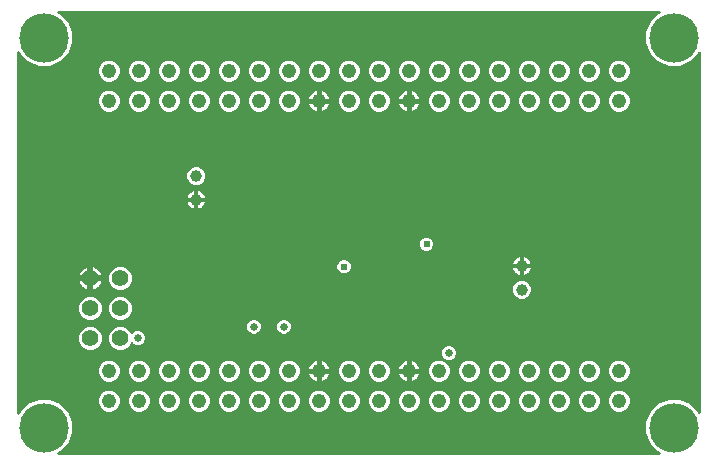
<source format=gbr>
G04 EAGLE Gerber RS-274X export*
G75*
%MOMM*%
%FSLAX34Y34*%
%LPD*%
%INCopper Layer 2*%
%IPPOS*%
%AMOC8*
5,1,8,0,0,1.08239X$1,22.5*%
G01*
%ADD10C,1.004800*%
%ADD11C,0.990600*%
%ADD12C,4.191000*%
%ADD13C,1.244600*%
%ADD14C,1.400000*%
%ADD15C,0.609600*%
%ADD16C,0.654800*%

G36*
X-164922Y27949D02*
X-164922Y27949D01*
X-164852Y27948D01*
X-164765Y27969D01*
X-164675Y27981D01*
X-164611Y28006D01*
X-164543Y28023D01*
X-164463Y28065D01*
X-164380Y28098D01*
X-164323Y28139D01*
X-164262Y28171D01*
X-164195Y28232D01*
X-164122Y28284D01*
X-164078Y28338D01*
X-164026Y28385D01*
X-163977Y28460D01*
X-163920Y28529D01*
X-163890Y28593D01*
X-163852Y28651D01*
X-163822Y28736D01*
X-163784Y28817D01*
X-163771Y28886D01*
X-163748Y28952D01*
X-163741Y29041D01*
X-163724Y29129D01*
X-163729Y29199D01*
X-163723Y29269D01*
X-163739Y29357D01*
X-163744Y29447D01*
X-163766Y29513D01*
X-163778Y29582D01*
X-163814Y29664D01*
X-163842Y29749D01*
X-163879Y29808D01*
X-163908Y29872D01*
X-163964Y29942D01*
X-164012Y30018D01*
X-164063Y30066D01*
X-164107Y30120D01*
X-164178Y30175D01*
X-164244Y30236D01*
X-164305Y30270D01*
X-164361Y30312D01*
X-164505Y30383D01*
X-165709Y30881D01*
X-172319Y37491D01*
X-175896Y46126D01*
X-175896Y55474D01*
X-172319Y64109D01*
X-165709Y70719D01*
X-157074Y74296D01*
X-147726Y74296D01*
X-139091Y70719D01*
X-132481Y64109D01*
X-132183Y63388D01*
X-132148Y63327D01*
X-132122Y63263D01*
X-132070Y63190D01*
X-132025Y63112D01*
X-131977Y63062D01*
X-131936Y63005D01*
X-131866Y62948D01*
X-131804Y62883D01*
X-131744Y62847D01*
X-131691Y62802D01*
X-131609Y62764D01*
X-131533Y62717D01*
X-131466Y62697D01*
X-131403Y62667D01*
X-131315Y62650D01*
X-131229Y62624D01*
X-131159Y62620D01*
X-131090Y62607D01*
X-131001Y62613D01*
X-130911Y62608D01*
X-130843Y62623D01*
X-130773Y62627D01*
X-130688Y62655D01*
X-130600Y62673D01*
X-130537Y62703D01*
X-130471Y62725D01*
X-130395Y62773D01*
X-130314Y62812D01*
X-130261Y62858D01*
X-130202Y62895D01*
X-130140Y62961D01*
X-130072Y63019D01*
X-130032Y63076D01*
X-129984Y63127D01*
X-129941Y63205D01*
X-129889Y63279D01*
X-129864Y63344D01*
X-129830Y63405D01*
X-129808Y63492D01*
X-129776Y63576D01*
X-129768Y63646D01*
X-129751Y63713D01*
X-129741Y63874D01*
X-129741Y367926D01*
X-129749Y367995D01*
X-129748Y368065D01*
X-129769Y368153D01*
X-129781Y368242D01*
X-129806Y368307D01*
X-129823Y368374D01*
X-129865Y368454D01*
X-129898Y368537D01*
X-129939Y368594D01*
X-129971Y368656D01*
X-130032Y368722D01*
X-130084Y368795D01*
X-130138Y368839D01*
X-130185Y368891D01*
X-130260Y368940D01*
X-130329Y368998D01*
X-130393Y369027D01*
X-130451Y369066D01*
X-130536Y369095D01*
X-130617Y369133D01*
X-130686Y369146D01*
X-130752Y369169D01*
X-130841Y369176D01*
X-130929Y369193D01*
X-130999Y369188D01*
X-131069Y369194D01*
X-131157Y369179D01*
X-131247Y369173D01*
X-131313Y369152D01*
X-131382Y369140D01*
X-131464Y369103D01*
X-131549Y369075D01*
X-131608Y369038D01*
X-131672Y369009D01*
X-131742Y368953D01*
X-131818Y368905D01*
X-131866Y368854D01*
X-131920Y368810D01*
X-131974Y368739D01*
X-132036Y368673D01*
X-132070Y368612D01*
X-132112Y368556D01*
X-132183Y368412D01*
X-132481Y367691D01*
X-139091Y361081D01*
X-147726Y357504D01*
X-157074Y357504D01*
X-165709Y361081D01*
X-172319Y367691D01*
X-175896Y376326D01*
X-175896Y385674D01*
X-172319Y394309D01*
X-165709Y400919D01*
X-164505Y401417D01*
X-164445Y401452D01*
X-164380Y401478D01*
X-164307Y401530D01*
X-164229Y401575D01*
X-164179Y401623D01*
X-164122Y401664D01*
X-164065Y401734D01*
X-164001Y401796D01*
X-163964Y401856D01*
X-163920Y401909D01*
X-163881Y401991D01*
X-163834Y402067D01*
X-163814Y402134D01*
X-163784Y402197D01*
X-163767Y402285D01*
X-163741Y402371D01*
X-163737Y402441D01*
X-163724Y402510D01*
X-163730Y402599D01*
X-163726Y402689D01*
X-163740Y402757D01*
X-163744Y402827D01*
X-163772Y402912D01*
X-163790Y403000D01*
X-163821Y403063D01*
X-163842Y403129D01*
X-163890Y403205D01*
X-163930Y403286D01*
X-163975Y403339D01*
X-164012Y403398D01*
X-164078Y403460D01*
X-164136Y403528D01*
X-164193Y403568D01*
X-164244Y403616D01*
X-164323Y403659D01*
X-164396Y403711D01*
X-164461Y403736D01*
X-164522Y403770D01*
X-164609Y403792D01*
X-164693Y403824D01*
X-164763Y403832D01*
X-164830Y403849D01*
X-164991Y403859D01*
X-673209Y403859D01*
X-673278Y403851D01*
X-673348Y403852D01*
X-673435Y403831D01*
X-673525Y403819D01*
X-673589Y403794D01*
X-673657Y403777D01*
X-673737Y403735D01*
X-673820Y403702D01*
X-673877Y403661D01*
X-673938Y403629D01*
X-674005Y403568D01*
X-674078Y403516D01*
X-674122Y403462D01*
X-674174Y403415D01*
X-674223Y403340D01*
X-674280Y403271D01*
X-674310Y403207D01*
X-674348Y403149D01*
X-674378Y403064D01*
X-674416Y402983D01*
X-674429Y402914D01*
X-674452Y402848D01*
X-674459Y402759D01*
X-674476Y402671D01*
X-674471Y402601D01*
X-674477Y402531D01*
X-674461Y402443D01*
X-674456Y402353D01*
X-674434Y402287D01*
X-674422Y402218D01*
X-674386Y402136D01*
X-674358Y402051D01*
X-674321Y401992D01*
X-674292Y401928D01*
X-674236Y401858D01*
X-674188Y401782D01*
X-674137Y401734D01*
X-674093Y401680D01*
X-674022Y401625D01*
X-673956Y401564D01*
X-673895Y401530D01*
X-673839Y401488D01*
X-673695Y401417D01*
X-672491Y400919D01*
X-665881Y394309D01*
X-662304Y385674D01*
X-662304Y376326D01*
X-665881Y367691D01*
X-672491Y361081D01*
X-681126Y357504D01*
X-690474Y357504D01*
X-699109Y361081D01*
X-705719Y367691D01*
X-706217Y368895D01*
X-706252Y368955D01*
X-706278Y369020D01*
X-706330Y369093D01*
X-706375Y369171D01*
X-706423Y369221D01*
X-706464Y369278D01*
X-706534Y369335D01*
X-706596Y369399D01*
X-706656Y369436D01*
X-706709Y369480D01*
X-706791Y369519D01*
X-706867Y369566D01*
X-706934Y369586D01*
X-706997Y369616D01*
X-707085Y369633D01*
X-707171Y369659D01*
X-707241Y369663D01*
X-707310Y369676D01*
X-707399Y369670D01*
X-707489Y369674D01*
X-707557Y369660D01*
X-707627Y369656D01*
X-707712Y369628D01*
X-707800Y369610D01*
X-707863Y369579D01*
X-707929Y369558D01*
X-708005Y369510D01*
X-708086Y369470D01*
X-708139Y369425D01*
X-708198Y369388D01*
X-708260Y369322D01*
X-708328Y369264D01*
X-708368Y369207D01*
X-708416Y369156D01*
X-708459Y369077D01*
X-708511Y369004D01*
X-708536Y368939D01*
X-708570Y368878D01*
X-708592Y368791D01*
X-708624Y368707D01*
X-708632Y368637D01*
X-708649Y368570D01*
X-708659Y368409D01*
X-708659Y63391D01*
X-708651Y63322D01*
X-708652Y63252D01*
X-708631Y63165D01*
X-708619Y63075D01*
X-708594Y63011D01*
X-708577Y62943D01*
X-708535Y62863D01*
X-708502Y62780D01*
X-708461Y62723D01*
X-708429Y62662D01*
X-708368Y62595D01*
X-708316Y62522D01*
X-708262Y62478D01*
X-708215Y62426D01*
X-708140Y62377D01*
X-708071Y62320D01*
X-708007Y62290D01*
X-707949Y62252D01*
X-707864Y62222D01*
X-707783Y62184D01*
X-707714Y62171D01*
X-707648Y62148D01*
X-707559Y62141D01*
X-707471Y62124D01*
X-707401Y62129D01*
X-707331Y62123D01*
X-707243Y62139D01*
X-707153Y62144D01*
X-707087Y62166D01*
X-707018Y62178D01*
X-706936Y62214D01*
X-706851Y62242D01*
X-706792Y62279D01*
X-706728Y62308D01*
X-706658Y62364D01*
X-706582Y62412D01*
X-706534Y62463D01*
X-706480Y62507D01*
X-706425Y62578D01*
X-706364Y62644D01*
X-706330Y62705D01*
X-706288Y62761D01*
X-706217Y62905D01*
X-705719Y64109D01*
X-699109Y70719D01*
X-690474Y74296D01*
X-681126Y74296D01*
X-672491Y70719D01*
X-665881Y64109D01*
X-662304Y55474D01*
X-662304Y46126D01*
X-665881Y37491D01*
X-672491Y30881D01*
X-673695Y30383D01*
X-673755Y30348D01*
X-673820Y30322D01*
X-673893Y30270D01*
X-673971Y30225D01*
X-674021Y30177D01*
X-674078Y30136D01*
X-674135Y30066D01*
X-674199Y30004D01*
X-674236Y29944D01*
X-674280Y29891D01*
X-674319Y29809D01*
X-674366Y29733D01*
X-674386Y29666D01*
X-674416Y29603D01*
X-674433Y29515D01*
X-674459Y29429D01*
X-674463Y29359D01*
X-674476Y29290D01*
X-674470Y29201D01*
X-674474Y29111D01*
X-674460Y29043D01*
X-674456Y28973D01*
X-674428Y28888D01*
X-674410Y28800D01*
X-674379Y28737D01*
X-674358Y28671D01*
X-674310Y28595D01*
X-674270Y28514D01*
X-674225Y28461D01*
X-674188Y28402D01*
X-674122Y28340D01*
X-674064Y28272D01*
X-674007Y28232D01*
X-673956Y28184D01*
X-673877Y28141D01*
X-673804Y28089D01*
X-673739Y28064D01*
X-673678Y28030D01*
X-673591Y28008D01*
X-673507Y27976D01*
X-673437Y27968D01*
X-673370Y27951D01*
X-673209Y27941D01*
X-164991Y27941D01*
X-164922Y27949D01*
G37*
%LPC*%
G36*
X-623055Y117078D02*
X-623055Y117078D01*
X-626561Y118531D01*
X-629245Y121215D01*
X-630698Y124721D01*
X-630698Y128517D01*
X-629245Y132023D01*
X-626561Y134707D01*
X-623055Y136160D01*
X-619259Y136160D01*
X-615753Y134707D01*
X-613069Y132023D01*
X-612787Y131343D01*
X-612762Y131300D01*
X-612746Y131253D01*
X-612684Y131162D01*
X-612629Y131067D01*
X-612595Y131031D01*
X-612567Y130990D01*
X-612485Y130917D01*
X-612408Y130838D01*
X-612366Y130813D01*
X-612329Y130780D01*
X-612231Y130730D01*
X-612137Y130672D01*
X-612090Y130658D01*
X-612045Y130635D01*
X-611938Y130611D01*
X-611833Y130579D01*
X-611783Y130576D01*
X-611735Y130565D01*
X-611625Y130569D01*
X-611515Y130564D01*
X-611467Y130574D01*
X-611417Y130575D01*
X-611312Y130606D01*
X-611204Y130628D01*
X-611159Y130650D01*
X-611112Y130663D01*
X-611017Y130719D01*
X-610918Y130768D01*
X-610880Y130800D01*
X-610838Y130825D01*
X-610717Y130931D01*
X-609719Y131930D01*
X-607582Y132815D01*
X-605268Y132815D01*
X-603131Y131930D01*
X-601495Y130294D01*
X-600610Y128157D01*
X-600610Y125843D01*
X-601495Y123706D01*
X-603131Y122070D01*
X-605268Y121185D01*
X-607582Y121185D01*
X-609719Y122070D01*
X-610494Y122845D01*
X-610533Y122876D01*
X-610566Y122913D01*
X-610658Y122973D01*
X-610745Y123040D01*
X-610790Y123060D01*
X-610832Y123087D01*
X-610936Y123123D01*
X-611037Y123167D01*
X-611086Y123174D01*
X-611133Y123191D01*
X-611242Y123199D01*
X-611351Y123217D01*
X-611400Y123212D01*
X-611450Y123216D01*
X-611558Y123197D01*
X-611668Y123187D01*
X-611714Y123170D01*
X-611763Y123161D01*
X-611863Y123116D01*
X-611967Y123079D01*
X-612008Y123051D01*
X-612053Y123031D01*
X-612139Y122962D01*
X-612230Y122901D01*
X-612263Y122863D01*
X-612302Y122832D01*
X-612368Y122745D01*
X-612440Y122662D01*
X-612463Y122618D01*
X-612493Y122578D01*
X-612564Y122434D01*
X-613069Y121215D01*
X-615753Y118531D01*
X-619259Y117078D01*
X-623055Y117078D01*
G37*
%LPD*%
%LPC*%
G36*
X-648455Y142478D02*
X-648455Y142478D01*
X-651961Y143931D01*
X-654645Y146615D01*
X-656098Y150121D01*
X-656098Y153917D01*
X-654645Y157423D01*
X-651961Y160107D01*
X-648455Y161560D01*
X-644659Y161560D01*
X-641153Y160107D01*
X-638469Y157423D01*
X-637016Y153917D01*
X-637016Y150121D01*
X-638469Y146615D01*
X-641153Y143931D01*
X-644659Y142478D01*
X-648455Y142478D01*
G37*
%LPD*%
%LPC*%
G36*
X-623055Y167878D02*
X-623055Y167878D01*
X-626561Y169331D01*
X-629245Y172015D01*
X-630698Y175521D01*
X-630698Y179317D01*
X-629245Y182823D01*
X-626561Y185507D01*
X-623055Y186960D01*
X-619259Y186960D01*
X-615753Y185507D01*
X-613069Y182823D01*
X-611616Y179317D01*
X-611616Y175521D01*
X-613069Y172015D01*
X-615753Y169331D01*
X-619259Y167878D01*
X-623055Y167878D01*
G37*
%LPD*%
%LPC*%
G36*
X-623055Y142478D02*
X-623055Y142478D01*
X-626561Y143931D01*
X-629245Y146615D01*
X-630698Y150121D01*
X-630698Y153917D01*
X-629245Y157423D01*
X-626561Y160107D01*
X-623055Y161560D01*
X-619259Y161560D01*
X-615753Y160107D01*
X-613069Y157423D01*
X-611616Y153917D01*
X-611616Y150121D01*
X-613069Y146615D01*
X-615753Y143931D01*
X-619259Y142478D01*
X-623055Y142478D01*
G37*
%LPD*%
%LPC*%
G36*
X-648455Y117078D02*
X-648455Y117078D01*
X-651961Y118531D01*
X-654645Y121215D01*
X-656098Y124721D01*
X-656098Y128517D01*
X-654645Y132023D01*
X-651961Y134707D01*
X-648455Y136160D01*
X-644659Y136160D01*
X-641153Y134707D01*
X-638469Y132023D01*
X-637016Y128517D01*
X-637016Y124721D01*
X-638469Y121215D01*
X-641153Y118531D01*
X-644659Y117078D01*
X-648455Y117078D01*
G37*
%LPD*%
%LPC*%
G36*
X-403743Y344036D02*
X-403743Y344036D01*
X-406964Y345370D01*
X-409430Y347836D01*
X-410764Y351057D01*
X-410764Y354543D01*
X-409430Y357764D01*
X-406964Y360230D01*
X-403743Y361564D01*
X-400257Y361564D01*
X-397036Y360230D01*
X-394570Y357764D01*
X-393236Y354543D01*
X-393236Y351057D01*
X-394570Y347836D01*
X-397036Y345370D01*
X-400257Y344036D01*
X-403743Y344036D01*
G37*
%LPD*%
%LPC*%
G36*
X-429143Y344036D02*
X-429143Y344036D01*
X-432364Y345370D01*
X-434830Y347836D01*
X-436164Y351057D01*
X-436164Y354543D01*
X-434830Y357764D01*
X-432364Y360230D01*
X-429143Y361564D01*
X-425657Y361564D01*
X-422436Y360230D01*
X-419970Y357764D01*
X-418636Y354543D01*
X-418636Y351057D01*
X-419970Y347836D01*
X-422436Y345370D01*
X-425657Y344036D01*
X-429143Y344036D01*
G37*
%LPD*%
%LPC*%
G36*
X-606943Y344036D02*
X-606943Y344036D01*
X-610164Y345370D01*
X-612630Y347836D01*
X-613964Y351057D01*
X-613964Y354543D01*
X-612630Y357764D01*
X-610164Y360230D01*
X-606943Y361564D01*
X-603457Y361564D01*
X-600236Y360230D01*
X-597770Y357764D01*
X-596436Y354543D01*
X-596436Y351057D01*
X-597770Y347836D01*
X-600236Y345370D01*
X-603457Y344036D01*
X-606943Y344036D01*
G37*
%LPD*%
%LPC*%
G36*
X-454543Y344036D02*
X-454543Y344036D01*
X-457764Y345370D01*
X-460230Y347836D01*
X-461564Y351057D01*
X-461564Y354543D01*
X-460230Y357764D01*
X-457764Y360230D01*
X-454543Y361564D01*
X-451057Y361564D01*
X-447836Y360230D01*
X-445370Y357764D01*
X-444036Y354543D01*
X-444036Y351057D01*
X-445370Y347836D01*
X-447836Y345370D01*
X-451057Y344036D01*
X-454543Y344036D01*
G37*
%LPD*%
%LPC*%
G36*
X-479943Y344036D02*
X-479943Y344036D01*
X-483164Y345370D01*
X-485630Y347836D01*
X-486964Y351057D01*
X-486964Y354543D01*
X-485630Y357764D01*
X-483164Y360230D01*
X-479943Y361564D01*
X-476457Y361564D01*
X-473236Y360230D01*
X-470770Y357764D01*
X-469436Y354543D01*
X-469436Y351057D01*
X-470770Y347836D01*
X-473236Y345370D01*
X-476457Y344036D01*
X-479943Y344036D01*
G37*
%LPD*%
%LPC*%
G36*
X-530743Y344036D02*
X-530743Y344036D01*
X-533964Y345370D01*
X-536430Y347836D01*
X-537764Y351057D01*
X-537764Y354543D01*
X-536430Y357764D01*
X-533964Y360230D01*
X-530743Y361564D01*
X-527257Y361564D01*
X-524036Y360230D01*
X-521570Y357764D01*
X-520236Y354543D01*
X-520236Y351057D01*
X-521570Y347836D01*
X-524036Y345370D01*
X-527257Y344036D01*
X-530743Y344036D01*
G37*
%LPD*%
%LPC*%
G36*
X-556143Y344036D02*
X-556143Y344036D01*
X-559364Y345370D01*
X-561830Y347836D01*
X-563164Y351057D01*
X-563164Y354543D01*
X-561830Y357764D01*
X-559364Y360230D01*
X-556143Y361564D01*
X-552657Y361564D01*
X-549436Y360230D01*
X-546970Y357764D01*
X-545636Y354543D01*
X-545636Y351057D01*
X-546970Y347836D01*
X-549436Y345370D01*
X-552657Y344036D01*
X-556143Y344036D01*
G37*
%LPD*%
%LPC*%
G36*
X-302143Y344036D02*
X-302143Y344036D01*
X-305364Y345370D01*
X-307830Y347836D01*
X-309164Y351057D01*
X-309164Y354543D01*
X-307830Y357764D01*
X-305364Y360230D01*
X-302143Y361564D01*
X-298657Y361564D01*
X-295436Y360230D01*
X-292970Y357764D01*
X-291636Y354543D01*
X-291636Y351057D01*
X-292970Y347836D01*
X-295436Y345370D01*
X-298657Y344036D01*
X-302143Y344036D01*
G37*
%LPD*%
%LPC*%
G36*
X-581543Y344036D02*
X-581543Y344036D01*
X-584764Y345370D01*
X-587230Y347836D01*
X-588564Y351057D01*
X-588564Y354543D01*
X-587230Y357764D01*
X-584764Y360230D01*
X-581543Y361564D01*
X-578057Y361564D01*
X-574836Y360230D01*
X-572370Y357764D01*
X-571036Y354543D01*
X-571036Y351057D01*
X-572370Y347836D01*
X-574836Y345370D01*
X-578057Y344036D01*
X-581543Y344036D01*
G37*
%LPD*%
%LPC*%
G36*
X-505343Y344036D02*
X-505343Y344036D01*
X-508564Y345370D01*
X-511030Y347836D01*
X-512364Y351057D01*
X-512364Y354543D01*
X-511030Y357764D01*
X-508564Y360230D01*
X-505343Y361564D01*
X-501857Y361564D01*
X-498636Y360230D01*
X-496170Y357764D01*
X-494836Y354543D01*
X-494836Y351057D01*
X-496170Y347836D01*
X-498636Y345370D01*
X-501857Y344036D01*
X-505343Y344036D01*
G37*
%LPD*%
%LPC*%
G36*
X-200543Y344036D02*
X-200543Y344036D01*
X-203764Y345370D01*
X-206230Y347836D01*
X-207564Y351057D01*
X-207564Y354543D01*
X-206230Y357764D01*
X-203764Y360230D01*
X-200543Y361564D01*
X-197057Y361564D01*
X-193836Y360230D01*
X-191370Y357764D01*
X-190036Y354543D01*
X-190036Y351057D01*
X-191370Y347836D01*
X-193836Y345370D01*
X-197057Y344036D01*
X-200543Y344036D01*
G37*
%LPD*%
%LPC*%
G36*
X-225943Y344036D02*
X-225943Y344036D01*
X-229164Y345370D01*
X-231630Y347836D01*
X-232964Y351057D01*
X-232964Y354543D01*
X-231630Y357764D01*
X-229164Y360230D01*
X-225943Y361564D01*
X-222457Y361564D01*
X-219236Y360230D01*
X-216770Y357764D01*
X-215436Y354543D01*
X-215436Y351057D01*
X-216770Y347836D01*
X-219236Y345370D01*
X-222457Y344036D01*
X-225943Y344036D01*
G37*
%LPD*%
%LPC*%
G36*
X-251343Y344036D02*
X-251343Y344036D01*
X-254564Y345370D01*
X-257030Y347836D01*
X-258364Y351057D01*
X-258364Y354543D01*
X-257030Y357764D01*
X-254564Y360230D01*
X-251343Y361564D01*
X-247857Y361564D01*
X-244636Y360230D01*
X-242170Y357764D01*
X-240836Y354543D01*
X-240836Y351057D01*
X-242170Y347836D01*
X-244636Y345370D01*
X-247857Y344036D01*
X-251343Y344036D01*
G37*
%LPD*%
%LPC*%
G36*
X-276743Y344036D02*
X-276743Y344036D01*
X-279964Y345370D01*
X-282430Y347836D01*
X-283764Y351057D01*
X-283764Y354543D01*
X-282430Y357764D01*
X-279964Y360230D01*
X-276743Y361564D01*
X-273257Y361564D01*
X-270036Y360230D01*
X-267570Y357764D01*
X-266236Y354543D01*
X-266236Y351057D01*
X-267570Y347836D01*
X-270036Y345370D01*
X-273257Y344036D01*
X-276743Y344036D01*
G37*
%LPD*%
%LPC*%
G36*
X-632343Y344036D02*
X-632343Y344036D01*
X-635564Y345370D01*
X-638030Y347836D01*
X-639364Y351057D01*
X-639364Y354543D01*
X-638030Y357764D01*
X-635564Y360230D01*
X-632343Y361564D01*
X-628857Y361564D01*
X-625636Y360230D01*
X-623170Y357764D01*
X-621836Y354543D01*
X-621836Y351057D01*
X-623170Y347836D01*
X-625636Y345370D01*
X-628857Y344036D01*
X-632343Y344036D01*
G37*
%LPD*%
%LPC*%
G36*
X-327543Y344036D02*
X-327543Y344036D01*
X-330764Y345370D01*
X-333230Y347836D01*
X-334564Y351057D01*
X-334564Y354543D01*
X-333230Y357764D01*
X-330764Y360230D01*
X-327543Y361564D01*
X-324057Y361564D01*
X-320836Y360230D01*
X-318370Y357764D01*
X-317036Y354543D01*
X-317036Y351057D01*
X-318370Y347836D01*
X-320836Y345370D01*
X-324057Y344036D01*
X-327543Y344036D01*
G37*
%LPD*%
%LPC*%
G36*
X-352943Y344036D02*
X-352943Y344036D01*
X-356164Y345370D01*
X-358630Y347836D01*
X-359964Y351057D01*
X-359964Y354543D01*
X-358630Y357764D01*
X-356164Y360230D01*
X-352943Y361564D01*
X-349457Y361564D01*
X-346236Y360230D01*
X-343770Y357764D01*
X-342436Y354543D01*
X-342436Y351057D01*
X-343770Y347836D01*
X-346236Y345370D01*
X-349457Y344036D01*
X-352943Y344036D01*
G37*
%LPD*%
%LPC*%
G36*
X-378343Y344036D02*
X-378343Y344036D01*
X-381564Y345370D01*
X-384030Y347836D01*
X-385364Y351057D01*
X-385364Y354543D01*
X-384030Y357764D01*
X-381564Y360230D01*
X-378343Y361564D01*
X-374857Y361564D01*
X-371636Y360230D01*
X-369170Y357764D01*
X-367836Y354543D01*
X-367836Y351057D01*
X-369170Y347836D01*
X-371636Y345370D01*
X-374857Y344036D01*
X-378343Y344036D01*
G37*
%LPD*%
%LPC*%
G36*
X-200543Y318636D02*
X-200543Y318636D01*
X-203764Y319970D01*
X-206230Y322436D01*
X-207564Y325657D01*
X-207564Y329143D01*
X-206230Y332364D01*
X-203764Y334830D01*
X-200543Y336164D01*
X-197057Y336164D01*
X-193836Y334830D01*
X-191370Y332364D01*
X-190036Y329143D01*
X-190036Y325657D01*
X-191370Y322436D01*
X-193836Y319970D01*
X-197057Y318636D01*
X-200543Y318636D01*
G37*
%LPD*%
%LPC*%
G36*
X-225943Y318636D02*
X-225943Y318636D01*
X-229164Y319970D01*
X-231630Y322436D01*
X-232964Y325657D01*
X-232964Y329143D01*
X-231630Y332364D01*
X-229164Y334830D01*
X-225943Y336164D01*
X-222457Y336164D01*
X-219236Y334830D01*
X-216770Y332364D01*
X-215436Y329143D01*
X-215436Y325657D01*
X-216770Y322436D01*
X-219236Y319970D01*
X-222457Y318636D01*
X-225943Y318636D01*
G37*
%LPD*%
%LPC*%
G36*
X-251343Y318636D02*
X-251343Y318636D01*
X-254564Y319970D01*
X-257030Y322436D01*
X-258364Y325657D01*
X-258364Y329143D01*
X-257030Y332364D01*
X-254564Y334830D01*
X-251343Y336164D01*
X-247857Y336164D01*
X-244636Y334830D01*
X-242170Y332364D01*
X-240836Y329143D01*
X-240836Y325657D01*
X-242170Y322436D01*
X-244636Y319970D01*
X-247857Y318636D01*
X-251343Y318636D01*
G37*
%LPD*%
%LPC*%
G36*
X-276743Y318636D02*
X-276743Y318636D01*
X-279964Y319970D01*
X-282430Y322436D01*
X-283764Y325657D01*
X-283764Y329143D01*
X-282430Y332364D01*
X-279964Y334830D01*
X-276743Y336164D01*
X-273257Y336164D01*
X-270036Y334830D01*
X-267570Y332364D01*
X-266236Y329143D01*
X-266236Y325657D01*
X-267570Y322436D01*
X-270036Y319970D01*
X-273257Y318636D01*
X-276743Y318636D01*
G37*
%LPD*%
%LPC*%
G36*
X-302143Y318636D02*
X-302143Y318636D01*
X-305364Y319970D01*
X-307830Y322436D01*
X-309164Y325657D01*
X-309164Y329143D01*
X-307830Y332364D01*
X-305364Y334830D01*
X-302143Y336164D01*
X-298657Y336164D01*
X-295436Y334830D01*
X-292970Y332364D01*
X-291636Y329143D01*
X-291636Y325657D01*
X-292970Y322436D01*
X-295436Y319970D01*
X-298657Y318636D01*
X-302143Y318636D01*
G37*
%LPD*%
%LPC*%
G36*
X-327543Y318636D02*
X-327543Y318636D01*
X-330764Y319970D01*
X-333230Y322436D01*
X-334564Y325657D01*
X-334564Y329143D01*
X-333230Y332364D01*
X-330764Y334830D01*
X-327543Y336164D01*
X-324057Y336164D01*
X-320836Y334830D01*
X-318370Y332364D01*
X-317036Y329143D01*
X-317036Y325657D01*
X-318370Y322436D01*
X-320836Y319970D01*
X-324057Y318636D01*
X-327543Y318636D01*
G37*
%LPD*%
%LPC*%
G36*
X-352943Y318636D02*
X-352943Y318636D01*
X-356164Y319970D01*
X-358630Y322436D01*
X-359964Y325657D01*
X-359964Y329143D01*
X-358630Y332364D01*
X-356164Y334830D01*
X-352943Y336164D01*
X-349457Y336164D01*
X-346236Y334830D01*
X-343770Y332364D01*
X-342436Y329143D01*
X-342436Y325657D01*
X-343770Y322436D01*
X-346236Y319970D01*
X-349457Y318636D01*
X-352943Y318636D01*
G37*
%LPD*%
%LPC*%
G36*
X-403743Y318636D02*
X-403743Y318636D01*
X-406964Y319970D01*
X-409430Y322436D01*
X-410764Y325657D01*
X-410764Y329143D01*
X-409430Y332364D01*
X-406964Y334830D01*
X-403743Y336164D01*
X-400257Y336164D01*
X-397036Y334830D01*
X-394570Y332364D01*
X-393236Y329143D01*
X-393236Y325657D01*
X-394570Y322436D01*
X-397036Y319970D01*
X-400257Y318636D01*
X-403743Y318636D01*
G37*
%LPD*%
%LPC*%
G36*
X-429143Y318636D02*
X-429143Y318636D01*
X-432364Y319970D01*
X-434830Y322436D01*
X-436164Y325657D01*
X-436164Y329143D01*
X-434830Y332364D01*
X-432364Y334830D01*
X-429143Y336164D01*
X-425657Y336164D01*
X-422436Y334830D01*
X-419970Y332364D01*
X-418636Y329143D01*
X-418636Y325657D01*
X-419970Y322436D01*
X-422436Y319970D01*
X-425657Y318636D01*
X-429143Y318636D01*
G37*
%LPD*%
%LPC*%
G36*
X-479943Y318636D02*
X-479943Y318636D01*
X-483164Y319970D01*
X-485630Y322436D01*
X-486964Y325657D01*
X-486964Y329143D01*
X-485630Y332364D01*
X-483164Y334830D01*
X-479943Y336164D01*
X-476457Y336164D01*
X-473236Y334830D01*
X-470770Y332364D01*
X-469436Y329143D01*
X-469436Y325657D01*
X-470770Y322436D01*
X-473236Y319970D01*
X-476457Y318636D01*
X-479943Y318636D01*
G37*
%LPD*%
%LPC*%
G36*
X-505343Y318636D02*
X-505343Y318636D01*
X-508564Y319970D01*
X-511030Y322436D01*
X-512364Y325657D01*
X-512364Y329143D01*
X-511030Y332364D01*
X-508564Y334830D01*
X-505343Y336164D01*
X-501857Y336164D01*
X-498636Y334830D01*
X-496170Y332364D01*
X-494836Y329143D01*
X-494836Y325657D01*
X-496170Y322436D01*
X-498636Y319970D01*
X-501857Y318636D01*
X-505343Y318636D01*
G37*
%LPD*%
%LPC*%
G36*
X-530743Y318636D02*
X-530743Y318636D01*
X-533964Y319970D01*
X-536430Y322436D01*
X-537764Y325657D01*
X-537764Y329143D01*
X-536430Y332364D01*
X-533964Y334830D01*
X-530743Y336164D01*
X-527257Y336164D01*
X-524036Y334830D01*
X-521570Y332364D01*
X-520236Y329143D01*
X-520236Y325657D01*
X-521570Y322436D01*
X-524036Y319970D01*
X-527257Y318636D01*
X-530743Y318636D01*
G37*
%LPD*%
%LPC*%
G36*
X-556143Y318636D02*
X-556143Y318636D01*
X-559364Y319970D01*
X-561830Y322436D01*
X-563164Y325657D01*
X-563164Y329143D01*
X-561830Y332364D01*
X-559364Y334830D01*
X-556143Y336164D01*
X-552657Y336164D01*
X-549436Y334830D01*
X-546970Y332364D01*
X-545636Y329143D01*
X-545636Y325657D01*
X-546970Y322436D01*
X-549436Y319970D01*
X-552657Y318636D01*
X-556143Y318636D01*
G37*
%LPD*%
%LPC*%
G36*
X-581543Y318636D02*
X-581543Y318636D01*
X-584764Y319970D01*
X-587230Y322436D01*
X-588564Y325657D01*
X-588564Y329143D01*
X-587230Y332364D01*
X-584764Y334830D01*
X-581543Y336164D01*
X-578057Y336164D01*
X-574836Y334830D01*
X-572370Y332364D01*
X-571036Y329143D01*
X-571036Y325657D01*
X-572370Y322436D01*
X-574836Y319970D01*
X-578057Y318636D01*
X-581543Y318636D01*
G37*
%LPD*%
%LPC*%
G36*
X-606943Y318636D02*
X-606943Y318636D01*
X-610164Y319970D01*
X-612630Y322436D01*
X-613964Y325657D01*
X-613964Y329143D01*
X-612630Y332364D01*
X-610164Y334830D01*
X-606943Y336164D01*
X-603457Y336164D01*
X-600236Y334830D01*
X-597770Y332364D01*
X-596436Y329143D01*
X-596436Y325657D01*
X-597770Y322436D01*
X-600236Y319970D01*
X-603457Y318636D01*
X-606943Y318636D01*
G37*
%LPD*%
%LPC*%
G36*
X-632343Y318636D02*
X-632343Y318636D01*
X-635564Y319970D01*
X-638030Y322436D01*
X-639364Y325657D01*
X-639364Y329143D01*
X-638030Y332364D01*
X-635564Y334830D01*
X-632343Y336164D01*
X-628857Y336164D01*
X-625636Y334830D01*
X-623170Y332364D01*
X-621836Y329143D01*
X-621836Y325657D01*
X-623170Y322436D01*
X-625636Y319970D01*
X-628857Y318636D01*
X-632343Y318636D01*
G37*
%LPD*%
%LPC*%
G36*
X-327543Y64636D02*
X-327543Y64636D01*
X-330764Y65970D01*
X-333230Y68436D01*
X-334564Y71657D01*
X-334564Y75143D01*
X-333230Y78364D01*
X-330764Y80830D01*
X-327543Y82164D01*
X-324057Y82164D01*
X-320836Y80830D01*
X-318370Y78364D01*
X-317036Y75143D01*
X-317036Y71657D01*
X-318370Y68436D01*
X-320836Y65970D01*
X-324057Y64636D01*
X-327543Y64636D01*
G37*
%LPD*%
%LPC*%
G36*
X-352943Y64636D02*
X-352943Y64636D01*
X-356164Y65970D01*
X-358630Y68436D01*
X-359964Y71657D01*
X-359964Y75143D01*
X-358630Y78364D01*
X-356164Y80830D01*
X-352943Y82164D01*
X-349457Y82164D01*
X-346236Y80830D01*
X-343770Y78364D01*
X-342436Y75143D01*
X-342436Y71657D01*
X-343770Y68436D01*
X-346236Y65970D01*
X-349457Y64636D01*
X-352943Y64636D01*
G37*
%LPD*%
%LPC*%
G36*
X-378343Y64636D02*
X-378343Y64636D01*
X-381564Y65970D01*
X-384030Y68436D01*
X-385364Y71657D01*
X-385364Y75143D01*
X-384030Y78364D01*
X-381564Y80830D01*
X-378343Y82164D01*
X-374857Y82164D01*
X-371636Y80830D01*
X-369170Y78364D01*
X-367836Y75143D01*
X-367836Y71657D01*
X-369170Y68436D01*
X-371636Y65970D01*
X-374857Y64636D01*
X-378343Y64636D01*
G37*
%LPD*%
%LPC*%
G36*
X-403743Y64636D02*
X-403743Y64636D01*
X-406964Y65970D01*
X-409430Y68436D01*
X-410764Y71657D01*
X-410764Y75143D01*
X-409430Y78364D01*
X-406964Y80830D01*
X-403743Y82164D01*
X-400257Y82164D01*
X-397036Y80830D01*
X-394570Y78364D01*
X-393236Y75143D01*
X-393236Y71657D01*
X-394570Y68436D01*
X-397036Y65970D01*
X-400257Y64636D01*
X-403743Y64636D01*
G37*
%LPD*%
%LPC*%
G36*
X-429143Y64636D02*
X-429143Y64636D01*
X-432364Y65970D01*
X-434830Y68436D01*
X-436164Y71657D01*
X-436164Y75143D01*
X-434830Y78364D01*
X-432364Y80830D01*
X-429143Y82164D01*
X-425657Y82164D01*
X-422436Y80830D01*
X-419970Y78364D01*
X-418636Y75143D01*
X-418636Y71657D01*
X-419970Y68436D01*
X-422436Y65970D01*
X-425657Y64636D01*
X-429143Y64636D01*
G37*
%LPD*%
%LPC*%
G36*
X-454543Y64636D02*
X-454543Y64636D01*
X-457764Y65970D01*
X-460230Y68436D01*
X-461564Y71657D01*
X-461564Y75143D01*
X-460230Y78364D01*
X-457764Y80830D01*
X-454543Y82164D01*
X-451057Y82164D01*
X-447836Y80830D01*
X-445370Y78364D01*
X-444036Y75143D01*
X-444036Y71657D01*
X-445370Y68436D01*
X-447836Y65970D01*
X-451057Y64636D01*
X-454543Y64636D01*
G37*
%LPD*%
%LPC*%
G36*
X-352943Y90036D02*
X-352943Y90036D01*
X-356164Y91370D01*
X-358630Y93836D01*
X-359964Y97057D01*
X-359964Y100543D01*
X-358630Y103764D01*
X-356164Y106230D01*
X-352943Y107564D01*
X-349457Y107564D01*
X-346236Y106230D01*
X-343770Y103764D01*
X-342436Y100543D01*
X-342436Y97057D01*
X-343770Y93836D01*
X-346236Y91370D01*
X-349457Y90036D01*
X-352943Y90036D01*
G37*
%LPD*%
%LPC*%
G36*
X-479943Y64636D02*
X-479943Y64636D01*
X-483164Y65970D01*
X-485630Y68436D01*
X-486964Y71657D01*
X-486964Y75143D01*
X-485630Y78364D01*
X-483164Y80830D01*
X-479943Y82164D01*
X-476457Y82164D01*
X-473236Y80830D01*
X-470770Y78364D01*
X-469436Y75143D01*
X-469436Y71657D01*
X-470770Y68436D01*
X-473236Y65970D01*
X-476457Y64636D01*
X-479943Y64636D01*
G37*
%LPD*%
%LPC*%
G36*
X-505343Y64636D02*
X-505343Y64636D01*
X-508564Y65970D01*
X-511030Y68436D01*
X-512364Y71657D01*
X-512364Y75143D01*
X-511030Y78364D01*
X-508564Y80830D01*
X-505343Y82164D01*
X-501857Y82164D01*
X-498636Y80830D01*
X-496170Y78364D01*
X-494836Y75143D01*
X-494836Y71657D01*
X-496170Y68436D01*
X-498636Y65970D01*
X-501857Y64636D01*
X-505343Y64636D01*
G37*
%LPD*%
%LPC*%
G36*
X-530743Y64636D02*
X-530743Y64636D01*
X-533964Y65970D01*
X-536430Y68436D01*
X-537764Y71657D01*
X-537764Y75143D01*
X-536430Y78364D01*
X-533964Y80830D01*
X-530743Y82164D01*
X-527257Y82164D01*
X-524036Y80830D01*
X-521570Y78364D01*
X-520236Y75143D01*
X-520236Y71657D01*
X-521570Y68436D01*
X-524036Y65970D01*
X-527257Y64636D01*
X-530743Y64636D01*
G37*
%LPD*%
%LPC*%
G36*
X-556143Y64636D02*
X-556143Y64636D01*
X-559364Y65970D01*
X-561830Y68436D01*
X-563164Y71657D01*
X-563164Y75143D01*
X-561830Y78364D01*
X-559364Y80830D01*
X-556143Y82164D01*
X-552657Y82164D01*
X-549436Y80830D01*
X-546970Y78364D01*
X-545636Y75143D01*
X-545636Y71657D01*
X-546970Y68436D01*
X-549436Y65970D01*
X-552657Y64636D01*
X-556143Y64636D01*
G37*
%LPD*%
%LPC*%
G36*
X-581543Y64636D02*
X-581543Y64636D01*
X-584764Y65970D01*
X-587230Y68436D01*
X-588564Y71657D01*
X-588564Y75143D01*
X-587230Y78364D01*
X-584764Y80830D01*
X-581543Y82164D01*
X-578057Y82164D01*
X-574836Y80830D01*
X-572370Y78364D01*
X-571036Y75143D01*
X-571036Y71657D01*
X-572370Y68436D01*
X-574836Y65970D01*
X-578057Y64636D01*
X-581543Y64636D01*
G37*
%LPD*%
%LPC*%
G36*
X-606943Y64636D02*
X-606943Y64636D01*
X-610164Y65970D01*
X-612630Y68436D01*
X-613964Y71657D01*
X-613964Y75143D01*
X-612630Y78364D01*
X-610164Y80830D01*
X-606943Y82164D01*
X-603457Y82164D01*
X-600236Y80830D01*
X-597770Y78364D01*
X-596436Y75143D01*
X-596436Y71657D01*
X-597770Y68436D01*
X-600236Y65970D01*
X-603457Y64636D01*
X-606943Y64636D01*
G37*
%LPD*%
%LPC*%
G36*
X-632343Y64636D02*
X-632343Y64636D01*
X-635564Y65970D01*
X-638030Y68436D01*
X-639364Y71657D01*
X-639364Y75143D01*
X-638030Y78364D01*
X-635564Y80830D01*
X-632343Y82164D01*
X-628857Y82164D01*
X-625636Y80830D01*
X-623170Y78364D01*
X-621836Y75143D01*
X-621836Y71657D01*
X-623170Y68436D01*
X-625636Y65970D01*
X-628857Y64636D01*
X-632343Y64636D01*
G37*
%LPD*%
%LPC*%
G36*
X-302143Y64636D02*
X-302143Y64636D01*
X-305364Y65970D01*
X-307830Y68436D01*
X-309164Y71657D01*
X-309164Y75143D01*
X-307830Y78364D01*
X-305364Y80830D01*
X-302143Y82164D01*
X-298657Y82164D01*
X-295436Y80830D01*
X-292970Y78364D01*
X-291636Y75143D01*
X-291636Y71657D01*
X-292970Y68436D01*
X-295436Y65970D01*
X-298657Y64636D01*
X-302143Y64636D01*
G37*
%LPD*%
%LPC*%
G36*
X-403743Y90036D02*
X-403743Y90036D01*
X-406964Y91370D01*
X-409430Y93836D01*
X-410764Y97057D01*
X-410764Y100543D01*
X-409430Y103764D01*
X-406964Y106230D01*
X-403743Y107564D01*
X-400257Y107564D01*
X-397036Y106230D01*
X-394570Y103764D01*
X-393236Y100543D01*
X-393236Y97057D01*
X-394570Y93836D01*
X-397036Y91370D01*
X-400257Y90036D01*
X-403743Y90036D01*
G37*
%LPD*%
%LPC*%
G36*
X-429143Y90036D02*
X-429143Y90036D01*
X-432364Y91370D01*
X-434830Y93836D01*
X-436164Y97057D01*
X-436164Y100543D01*
X-434830Y103764D01*
X-432364Y106230D01*
X-429143Y107564D01*
X-425657Y107564D01*
X-422436Y106230D01*
X-419970Y103764D01*
X-418636Y100543D01*
X-418636Y97057D01*
X-419970Y93836D01*
X-422436Y91370D01*
X-425657Y90036D01*
X-429143Y90036D01*
G37*
%LPD*%
%LPC*%
G36*
X-479943Y90036D02*
X-479943Y90036D01*
X-483164Y91370D01*
X-485630Y93836D01*
X-486964Y97057D01*
X-486964Y100543D01*
X-485630Y103764D01*
X-483164Y106230D01*
X-479943Y107564D01*
X-476457Y107564D01*
X-473236Y106230D01*
X-470770Y103764D01*
X-469436Y100543D01*
X-469436Y97057D01*
X-470770Y93836D01*
X-473236Y91370D01*
X-476457Y90036D01*
X-479943Y90036D01*
G37*
%LPD*%
%LPC*%
G36*
X-505343Y90036D02*
X-505343Y90036D01*
X-508564Y91370D01*
X-511030Y93836D01*
X-512364Y97057D01*
X-512364Y100543D01*
X-511030Y103764D01*
X-508564Y106230D01*
X-505343Y107564D01*
X-501857Y107564D01*
X-498636Y106230D01*
X-496170Y103764D01*
X-494836Y100543D01*
X-494836Y97057D01*
X-496170Y93836D01*
X-498636Y91370D01*
X-501857Y90036D01*
X-505343Y90036D01*
G37*
%LPD*%
%LPC*%
G36*
X-530743Y90036D02*
X-530743Y90036D01*
X-533964Y91370D01*
X-536430Y93836D01*
X-537764Y97057D01*
X-537764Y100543D01*
X-536430Y103764D01*
X-533964Y106230D01*
X-530743Y107564D01*
X-527257Y107564D01*
X-524036Y106230D01*
X-521570Y103764D01*
X-520236Y100543D01*
X-520236Y97057D01*
X-521570Y93836D01*
X-524036Y91370D01*
X-527257Y90036D01*
X-530743Y90036D01*
G37*
%LPD*%
%LPC*%
G36*
X-556143Y90036D02*
X-556143Y90036D01*
X-559364Y91370D01*
X-561830Y93836D01*
X-563164Y97057D01*
X-563164Y100543D01*
X-561830Y103764D01*
X-559364Y106230D01*
X-556143Y107564D01*
X-552657Y107564D01*
X-549436Y106230D01*
X-546970Y103764D01*
X-545636Y100543D01*
X-545636Y97057D01*
X-546970Y93836D01*
X-549436Y91370D01*
X-552657Y90036D01*
X-556143Y90036D01*
G37*
%LPD*%
%LPC*%
G36*
X-581543Y90036D02*
X-581543Y90036D01*
X-584764Y91370D01*
X-587230Y93836D01*
X-588564Y97057D01*
X-588564Y100543D01*
X-587230Y103764D01*
X-584764Y106230D01*
X-581543Y107564D01*
X-578057Y107564D01*
X-574836Y106230D01*
X-572370Y103764D01*
X-571036Y100543D01*
X-571036Y97057D01*
X-572370Y93836D01*
X-574836Y91370D01*
X-578057Y90036D01*
X-581543Y90036D01*
G37*
%LPD*%
%LPC*%
G36*
X-606943Y90036D02*
X-606943Y90036D01*
X-610164Y91370D01*
X-612630Y93836D01*
X-613964Y97057D01*
X-613964Y100543D01*
X-612630Y103764D01*
X-610164Y106230D01*
X-606943Y107564D01*
X-603457Y107564D01*
X-600236Y106230D01*
X-597770Y103764D01*
X-596436Y100543D01*
X-596436Y97057D01*
X-597770Y93836D01*
X-600236Y91370D01*
X-603457Y90036D01*
X-606943Y90036D01*
G37*
%LPD*%
%LPC*%
G36*
X-632343Y90036D02*
X-632343Y90036D01*
X-635564Y91370D01*
X-638030Y93836D01*
X-639364Y97057D01*
X-639364Y100543D01*
X-638030Y103764D01*
X-635564Y106230D01*
X-632343Y107564D01*
X-628857Y107564D01*
X-625636Y106230D01*
X-623170Y103764D01*
X-621836Y100543D01*
X-621836Y97057D01*
X-623170Y93836D01*
X-625636Y91370D01*
X-628857Y90036D01*
X-632343Y90036D01*
G37*
%LPD*%
%LPC*%
G36*
X-200543Y90036D02*
X-200543Y90036D01*
X-203764Y91370D01*
X-206230Y93836D01*
X-207564Y97057D01*
X-207564Y100543D01*
X-206230Y103764D01*
X-203764Y106230D01*
X-200543Y107564D01*
X-197057Y107564D01*
X-193836Y106230D01*
X-191370Y103764D01*
X-190036Y100543D01*
X-190036Y97057D01*
X-191370Y93836D01*
X-193836Y91370D01*
X-197057Y90036D01*
X-200543Y90036D01*
G37*
%LPD*%
%LPC*%
G36*
X-225943Y90036D02*
X-225943Y90036D01*
X-229164Y91370D01*
X-231630Y93836D01*
X-232964Y97057D01*
X-232964Y100543D01*
X-231630Y103764D01*
X-229164Y106230D01*
X-225943Y107564D01*
X-222457Y107564D01*
X-219236Y106230D01*
X-216770Y103764D01*
X-215436Y100543D01*
X-215436Y97057D01*
X-216770Y93836D01*
X-219236Y91370D01*
X-222457Y90036D01*
X-225943Y90036D01*
G37*
%LPD*%
%LPC*%
G36*
X-251343Y90036D02*
X-251343Y90036D01*
X-254564Y91370D01*
X-257030Y93836D01*
X-258364Y97057D01*
X-258364Y100543D01*
X-257030Y103764D01*
X-254564Y106230D01*
X-251343Y107564D01*
X-247857Y107564D01*
X-244636Y106230D01*
X-242170Y103764D01*
X-240836Y100543D01*
X-240836Y97057D01*
X-242170Y93836D01*
X-244636Y91370D01*
X-247857Y90036D01*
X-251343Y90036D01*
G37*
%LPD*%
%LPC*%
G36*
X-276743Y90036D02*
X-276743Y90036D01*
X-279964Y91370D01*
X-282430Y93836D01*
X-283764Y97057D01*
X-283764Y100543D01*
X-282430Y103764D01*
X-279964Y106230D01*
X-276743Y107564D01*
X-273257Y107564D01*
X-270036Y106230D01*
X-267570Y103764D01*
X-266236Y100543D01*
X-266236Y97057D01*
X-267570Y93836D01*
X-270036Y91370D01*
X-273257Y90036D01*
X-276743Y90036D01*
G37*
%LPD*%
%LPC*%
G36*
X-302143Y90036D02*
X-302143Y90036D01*
X-305364Y91370D01*
X-307830Y93836D01*
X-309164Y97057D01*
X-309164Y100543D01*
X-307830Y103764D01*
X-305364Y106230D01*
X-302143Y107564D01*
X-298657Y107564D01*
X-295436Y106230D01*
X-292970Y103764D01*
X-291636Y100543D01*
X-291636Y97057D01*
X-292970Y93836D01*
X-295436Y91370D01*
X-298657Y90036D01*
X-302143Y90036D01*
G37*
%LPD*%
%LPC*%
G36*
X-327543Y90036D02*
X-327543Y90036D01*
X-330764Y91370D01*
X-333230Y93836D01*
X-334564Y97057D01*
X-334564Y100543D01*
X-333230Y103764D01*
X-330764Y106230D01*
X-327543Y107564D01*
X-324057Y107564D01*
X-320836Y106230D01*
X-318370Y103764D01*
X-317036Y100543D01*
X-317036Y97057D01*
X-318370Y93836D01*
X-320836Y91370D01*
X-324057Y90036D01*
X-327543Y90036D01*
G37*
%LPD*%
%LPC*%
G36*
X-200543Y64636D02*
X-200543Y64636D01*
X-203764Y65970D01*
X-206230Y68436D01*
X-207564Y71657D01*
X-207564Y75143D01*
X-206230Y78364D01*
X-203764Y80830D01*
X-200543Y82164D01*
X-197057Y82164D01*
X-193836Y80830D01*
X-191370Y78364D01*
X-190036Y75143D01*
X-190036Y71657D01*
X-191370Y68436D01*
X-193836Y65970D01*
X-197057Y64636D01*
X-200543Y64636D01*
G37*
%LPD*%
%LPC*%
G36*
X-225943Y64636D02*
X-225943Y64636D01*
X-229164Y65970D01*
X-231630Y68436D01*
X-232964Y71657D01*
X-232964Y75143D01*
X-231630Y78364D01*
X-229164Y80830D01*
X-225943Y82164D01*
X-222457Y82164D01*
X-219236Y80830D01*
X-216770Y78364D01*
X-215436Y75143D01*
X-215436Y71657D01*
X-216770Y68436D01*
X-219236Y65970D01*
X-222457Y64636D01*
X-225943Y64636D01*
G37*
%LPD*%
%LPC*%
G36*
X-251343Y64636D02*
X-251343Y64636D01*
X-254564Y65970D01*
X-257030Y68436D01*
X-258364Y71657D01*
X-258364Y75143D01*
X-257030Y78364D01*
X-254564Y80830D01*
X-251343Y82164D01*
X-247857Y82164D01*
X-244636Y80830D01*
X-242170Y78364D01*
X-240836Y75143D01*
X-240836Y71657D01*
X-242170Y68436D01*
X-244636Y65970D01*
X-247857Y64636D01*
X-251343Y64636D01*
G37*
%LPD*%
%LPC*%
G36*
X-276743Y64636D02*
X-276743Y64636D01*
X-279964Y65970D01*
X-282430Y68436D01*
X-283764Y71657D01*
X-283764Y75143D01*
X-282430Y78364D01*
X-279964Y80830D01*
X-276743Y82164D01*
X-273257Y82164D01*
X-270036Y80830D01*
X-267570Y78364D01*
X-266236Y75143D01*
X-266236Y71657D01*
X-267570Y68436D01*
X-270036Y65970D01*
X-273257Y64636D01*
X-276743Y64636D01*
G37*
%LPD*%
%LPC*%
G36*
X-282791Y160306D02*
X-282791Y160306D01*
X-285545Y161447D01*
X-287653Y163555D01*
X-288794Y166309D01*
X-288794Y169291D01*
X-287653Y172045D01*
X-285545Y174153D01*
X-282791Y175294D01*
X-279809Y175294D01*
X-277055Y174153D01*
X-274947Y172045D01*
X-273806Y169291D01*
X-273806Y166309D01*
X-274947Y163555D01*
X-277055Y161447D01*
X-279809Y160306D01*
X-282791Y160306D01*
G37*
%LPD*%
%LPC*%
G36*
X-558391Y256506D02*
X-558391Y256506D01*
X-561145Y257647D01*
X-563253Y259755D01*
X-564394Y262509D01*
X-564394Y265491D01*
X-563253Y268245D01*
X-561145Y270353D01*
X-558391Y271494D01*
X-555409Y271494D01*
X-552655Y270353D01*
X-550547Y268245D01*
X-549406Y265491D01*
X-549406Y262509D01*
X-550547Y259755D01*
X-552655Y257647D01*
X-555409Y256506D01*
X-558391Y256506D01*
G37*
%LPD*%
%LPC*%
G36*
X-344057Y108485D02*
X-344057Y108485D01*
X-346194Y109370D01*
X-347830Y111006D01*
X-348715Y113143D01*
X-348715Y115457D01*
X-347830Y117594D01*
X-346194Y119230D01*
X-344057Y120115D01*
X-341743Y120115D01*
X-339606Y119230D01*
X-337970Y117594D01*
X-337085Y115457D01*
X-337085Y113143D01*
X-337970Y111006D01*
X-339606Y109370D01*
X-341743Y108485D01*
X-344057Y108485D01*
G37*
%LPD*%
%LPC*%
G36*
X-509157Y130710D02*
X-509157Y130710D01*
X-511294Y131595D01*
X-512930Y133231D01*
X-513815Y135368D01*
X-513815Y137682D01*
X-512930Y139819D01*
X-511294Y141455D01*
X-509157Y142340D01*
X-506843Y142340D01*
X-504706Y141455D01*
X-503070Y139819D01*
X-502185Y137682D01*
X-502185Y135368D01*
X-503070Y133231D01*
X-504706Y131595D01*
X-506843Y130710D01*
X-509157Y130710D01*
G37*
%LPD*%
%LPC*%
G36*
X-483757Y130710D02*
X-483757Y130710D01*
X-485894Y131595D01*
X-487530Y133231D01*
X-488415Y135368D01*
X-488415Y137682D01*
X-487530Y139819D01*
X-485894Y141455D01*
X-483757Y142340D01*
X-481443Y142340D01*
X-479306Y141455D01*
X-477670Y139819D01*
X-476785Y137682D01*
X-476785Y135368D01*
X-477670Y133231D01*
X-479306Y131595D01*
X-481443Y130710D01*
X-483757Y130710D01*
G37*
%LPD*%
%LPC*%
G36*
X-432912Y181736D02*
X-432912Y181736D01*
X-434966Y182587D01*
X-436538Y184159D01*
X-437389Y186213D01*
X-437389Y188437D01*
X-436538Y190491D01*
X-434966Y192063D01*
X-432912Y192914D01*
X-430688Y192914D01*
X-428634Y192063D01*
X-427062Y190491D01*
X-426211Y188437D01*
X-426211Y186213D01*
X-427062Y184159D01*
X-428634Y182587D01*
X-430688Y181736D01*
X-432912Y181736D01*
G37*
%LPD*%
%LPC*%
G36*
X-363062Y200786D02*
X-363062Y200786D01*
X-365116Y201637D01*
X-366688Y203209D01*
X-367539Y205263D01*
X-367539Y207487D01*
X-366688Y209541D01*
X-365116Y211113D01*
X-363062Y211964D01*
X-360838Y211964D01*
X-358784Y211113D01*
X-357212Y209541D01*
X-356361Y207487D01*
X-356361Y205263D01*
X-357212Y203209D01*
X-358784Y201637D01*
X-360838Y200786D01*
X-363062Y200786D01*
G37*
%LPD*%
%LPC*%
G36*
X-655777Y179918D02*
X-655777Y179918D01*
X-655399Y181081D01*
X-654717Y182420D01*
X-653834Y183634D01*
X-652772Y184696D01*
X-651558Y185579D01*
X-650219Y186261D01*
X-649056Y186639D01*
X-649056Y179918D01*
X-655777Y179918D01*
G37*
%LPD*%
%LPC*%
G36*
X-644058Y179918D02*
X-644058Y179918D01*
X-644058Y186639D01*
X-642895Y186261D01*
X-641556Y185579D01*
X-640342Y184696D01*
X-639280Y183634D01*
X-638397Y182420D01*
X-637715Y181081D01*
X-637337Y179918D01*
X-644058Y179918D01*
G37*
%LPD*%
%LPC*%
G36*
X-650219Y168577D02*
X-650219Y168577D01*
X-651558Y169259D01*
X-652772Y170142D01*
X-653834Y171204D01*
X-654717Y172418D01*
X-655399Y173757D01*
X-655777Y174920D01*
X-649056Y174920D01*
X-649056Y168199D01*
X-650219Y168577D01*
G37*
%LPD*%
%LPC*%
G36*
X-644058Y174920D02*
X-644058Y174920D01*
X-637337Y174920D01*
X-637715Y173757D01*
X-638397Y172418D01*
X-639280Y171204D01*
X-640342Y170142D01*
X-641556Y169259D01*
X-642895Y168577D01*
X-644058Y168199D01*
X-644058Y174920D01*
G37*
%LPD*%
%LPC*%
G36*
X-461293Y101022D02*
X-461293Y101022D01*
X-461227Y101356D01*
X-460566Y102951D01*
X-459607Y104387D01*
X-458387Y105607D01*
X-456951Y106566D01*
X-455356Y107227D01*
X-455022Y107293D01*
X-455022Y101022D01*
X-461293Y101022D01*
G37*
%LPD*%
%LPC*%
G36*
X-385093Y329622D02*
X-385093Y329622D01*
X-385027Y329956D01*
X-384366Y331551D01*
X-383407Y332987D01*
X-382187Y334207D01*
X-380751Y335166D01*
X-379156Y335827D01*
X-378822Y335893D01*
X-378822Y329622D01*
X-385093Y329622D01*
G37*
%LPD*%
%LPC*%
G36*
X-385093Y101022D02*
X-385093Y101022D01*
X-385027Y101356D01*
X-384366Y102951D01*
X-383407Y104387D01*
X-382187Y105607D01*
X-380751Y106566D01*
X-379156Y107227D01*
X-378822Y107293D01*
X-378822Y101022D01*
X-385093Y101022D01*
G37*
%LPD*%
%LPC*%
G36*
X-461293Y329622D02*
X-461293Y329622D01*
X-461227Y329956D01*
X-460566Y331551D01*
X-459607Y332987D01*
X-458387Y334207D01*
X-456951Y335166D01*
X-455356Y335827D01*
X-455022Y335893D01*
X-455022Y329622D01*
X-461293Y329622D01*
G37*
%LPD*%
%LPC*%
G36*
X-450578Y329622D02*
X-450578Y329622D01*
X-450578Y335893D01*
X-450244Y335827D01*
X-448649Y335166D01*
X-447213Y334207D01*
X-445993Y332987D01*
X-445034Y331551D01*
X-444373Y329956D01*
X-444307Y329622D01*
X-450578Y329622D01*
G37*
%LPD*%
%LPC*%
G36*
X-374378Y329622D02*
X-374378Y329622D01*
X-374378Y335893D01*
X-374044Y335827D01*
X-372449Y335166D01*
X-371013Y334207D01*
X-369793Y332987D01*
X-368834Y331551D01*
X-368173Y329956D01*
X-368107Y329622D01*
X-374378Y329622D01*
G37*
%LPD*%
%LPC*%
G36*
X-379156Y318973D02*
X-379156Y318973D01*
X-380751Y319634D01*
X-382187Y320593D01*
X-383407Y321813D01*
X-384366Y323249D01*
X-385027Y324844D01*
X-385093Y325178D01*
X-378822Y325178D01*
X-378822Y318907D01*
X-379156Y318973D01*
G37*
%LPD*%
%LPC*%
G36*
X-455356Y318973D02*
X-455356Y318973D01*
X-456951Y319634D01*
X-458387Y320593D01*
X-459607Y321813D01*
X-460566Y323249D01*
X-461227Y324844D01*
X-461293Y325178D01*
X-455022Y325178D01*
X-455022Y318907D01*
X-455356Y318973D01*
G37*
%LPD*%
%LPC*%
G36*
X-379156Y90373D02*
X-379156Y90373D01*
X-380751Y91034D01*
X-382187Y91993D01*
X-383407Y93213D01*
X-384366Y94649D01*
X-385027Y96244D01*
X-385093Y96578D01*
X-378822Y96578D01*
X-378822Y90307D01*
X-379156Y90373D01*
G37*
%LPD*%
%LPC*%
G36*
X-455356Y90373D02*
X-455356Y90373D01*
X-456951Y91034D01*
X-458387Y91993D01*
X-459607Y93213D01*
X-460566Y94649D01*
X-461227Y96244D01*
X-461293Y96578D01*
X-455022Y96578D01*
X-455022Y90307D01*
X-455356Y90373D01*
G37*
%LPD*%
%LPC*%
G36*
X-450578Y101022D02*
X-450578Y101022D01*
X-450578Y107293D01*
X-450244Y107227D01*
X-448649Y106566D01*
X-447213Y105607D01*
X-445993Y104387D01*
X-445034Y102951D01*
X-444373Y101356D01*
X-444307Y101022D01*
X-450578Y101022D01*
G37*
%LPD*%
%LPC*%
G36*
X-374378Y101022D02*
X-374378Y101022D01*
X-374378Y107293D01*
X-374044Y107227D01*
X-372449Y106566D01*
X-371013Y105607D01*
X-369793Y104387D01*
X-368834Y102951D01*
X-368173Y101356D01*
X-368107Y101022D01*
X-374378Y101022D01*
G37*
%LPD*%
%LPC*%
G36*
X-374378Y325178D02*
X-374378Y325178D01*
X-368107Y325178D01*
X-368173Y324844D01*
X-368834Y323249D01*
X-369793Y321813D01*
X-371013Y320593D01*
X-372449Y319634D01*
X-374044Y318973D01*
X-374378Y318907D01*
X-374378Y325178D01*
G37*
%LPD*%
%LPC*%
G36*
X-374378Y96578D02*
X-374378Y96578D01*
X-368107Y96578D01*
X-368173Y96244D01*
X-368834Y94649D01*
X-369793Y93213D01*
X-371013Y91993D01*
X-372449Y91034D01*
X-374044Y90373D01*
X-374378Y90307D01*
X-374378Y96578D01*
G37*
%LPD*%
%LPC*%
G36*
X-450578Y325178D02*
X-450578Y325178D01*
X-444307Y325178D01*
X-444373Y324844D01*
X-445034Y323249D01*
X-445993Y321813D01*
X-447213Y320593D01*
X-448649Y319634D01*
X-450244Y318973D01*
X-450578Y318907D01*
X-450578Y325178D01*
G37*
%LPD*%
%LPC*%
G36*
X-450578Y96578D02*
X-450578Y96578D01*
X-444307Y96578D01*
X-444373Y96244D01*
X-445034Y94649D01*
X-445993Y93213D01*
X-447213Y91993D01*
X-448649Y91034D01*
X-450244Y90373D01*
X-450578Y90307D01*
X-450578Y96578D01*
G37*
%LPD*%
%LPC*%
G36*
X-564265Y245749D02*
X-564265Y245749D01*
X-564174Y246207D01*
X-563604Y247583D01*
X-562776Y248822D01*
X-561722Y249876D01*
X-560483Y250704D01*
X-559107Y251274D01*
X-558649Y251365D01*
X-558649Y245749D01*
X-564265Y245749D01*
G37*
%LPD*%
%LPC*%
G36*
X-288665Y189549D02*
X-288665Y189549D01*
X-288574Y190007D01*
X-288004Y191383D01*
X-287176Y192622D01*
X-286122Y193676D01*
X-284883Y194504D01*
X-283507Y195074D01*
X-283049Y195165D01*
X-283049Y189549D01*
X-288665Y189549D01*
G37*
%LPD*%
%LPC*%
G36*
X-559107Y236726D02*
X-559107Y236726D01*
X-560483Y237296D01*
X-561722Y238124D01*
X-562776Y239178D01*
X-563604Y240417D01*
X-564174Y241793D01*
X-564265Y242251D01*
X-558649Y242251D01*
X-558649Y236635D01*
X-559107Y236726D01*
G37*
%LPD*%
%LPC*%
G36*
X-279551Y189549D02*
X-279551Y189549D01*
X-279551Y195165D01*
X-279093Y195074D01*
X-277717Y194504D01*
X-276478Y193676D01*
X-275424Y192622D01*
X-274596Y191383D01*
X-274026Y190007D01*
X-273935Y189549D01*
X-279551Y189549D01*
G37*
%LPD*%
%LPC*%
G36*
X-555151Y245749D02*
X-555151Y245749D01*
X-555151Y251365D01*
X-554693Y251274D01*
X-553317Y250704D01*
X-552078Y249876D01*
X-551024Y248822D01*
X-550196Y247583D01*
X-549626Y246207D01*
X-549535Y245749D01*
X-555151Y245749D01*
G37*
%LPD*%
%LPC*%
G36*
X-283507Y180526D02*
X-283507Y180526D01*
X-284883Y181096D01*
X-286122Y181924D01*
X-287176Y182978D01*
X-288004Y184217D01*
X-288574Y185593D01*
X-288665Y186051D01*
X-283049Y186051D01*
X-283049Y180435D01*
X-283507Y180526D01*
G37*
%LPD*%
%LPC*%
G36*
X-555151Y242251D02*
X-555151Y242251D01*
X-549535Y242251D01*
X-549626Y241793D01*
X-550196Y240417D01*
X-551024Y239178D01*
X-552078Y238124D01*
X-553317Y237296D01*
X-554693Y236726D01*
X-555151Y236635D01*
X-555151Y242251D01*
G37*
%LPD*%
%LPC*%
G36*
X-279551Y186051D02*
X-279551Y186051D01*
X-273935Y186051D01*
X-274026Y185593D01*
X-274596Y184217D01*
X-275424Y182978D01*
X-276478Y181924D01*
X-277717Y181096D01*
X-279093Y180526D01*
X-279551Y180435D01*
X-279551Y186051D01*
G37*
%LPD*%
D10*
X-556900Y244000D03*
D11*
X-556900Y264000D03*
D10*
X-281300Y187800D03*
D11*
X-281300Y167800D03*
D12*
X-152400Y381000D03*
X-685800Y381000D03*
X-152400Y50800D03*
D13*
X-198800Y73400D03*
X-198800Y98800D03*
X-224200Y73400D03*
X-224200Y98800D03*
X-249600Y73400D03*
X-249600Y98800D03*
X-275000Y73400D03*
X-275000Y98800D03*
X-300400Y73400D03*
X-300400Y98800D03*
X-325800Y73400D03*
X-325800Y98800D03*
X-351200Y73400D03*
X-351200Y98800D03*
X-376600Y73400D03*
X-376600Y98800D03*
X-402000Y73400D03*
X-402000Y98800D03*
X-427400Y73400D03*
X-427400Y98800D03*
X-452800Y73400D03*
X-452800Y98800D03*
X-478200Y73400D03*
X-478200Y98800D03*
X-503600Y73400D03*
X-503600Y98800D03*
X-529000Y73400D03*
X-529000Y98800D03*
X-554400Y73400D03*
X-554400Y98800D03*
X-579800Y73400D03*
X-579800Y98800D03*
X-605200Y73400D03*
X-605200Y98800D03*
X-630600Y73400D03*
X-630600Y98800D03*
X-198800Y327400D03*
X-198800Y352800D03*
X-224200Y327400D03*
X-224200Y352800D03*
X-249600Y327400D03*
X-249600Y352800D03*
X-275000Y327400D03*
X-275000Y352800D03*
X-300400Y327400D03*
X-300400Y352800D03*
X-325800Y327400D03*
X-325800Y352800D03*
X-351200Y327400D03*
X-351200Y352800D03*
X-376600Y327400D03*
X-376600Y352800D03*
X-402000Y327400D03*
X-402000Y352800D03*
X-427400Y327400D03*
X-427400Y352800D03*
X-452800Y327400D03*
X-452800Y352800D03*
X-478200Y327400D03*
X-478200Y352800D03*
X-503600Y327400D03*
X-503600Y352800D03*
X-529000Y327400D03*
X-529000Y352800D03*
X-554400Y327400D03*
X-554400Y352800D03*
X-579800Y327400D03*
X-579800Y352800D03*
X-605200Y327400D03*
X-605200Y352800D03*
X-630600Y327400D03*
X-630600Y352800D03*
D14*
X-621157Y126619D03*
X-646557Y126619D03*
X-621157Y152019D03*
X-646557Y152019D03*
X-621157Y177419D03*
X-646557Y177419D03*
D12*
X-685800Y50800D03*
D15*
X-292100Y190500D03*
X-184150Y311150D03*
X-158750Y311150D03*
X-539750Y241300D03*
X-381000Y142875D03*
X-431800Y142875D03*
X-361950Y250825D03*
X-393700Y295275D03*
D16*
X-384175Y114300D03*
X-668528Y161290D03*
D15*
X-431800Y187325D03*
X-361950Y206375D03*
D16*
X-508000Y136525D03*
X-482600Y136525D03*
X-342900Y114300D03*
X-606425Y127000D03*
M02*

</source>
